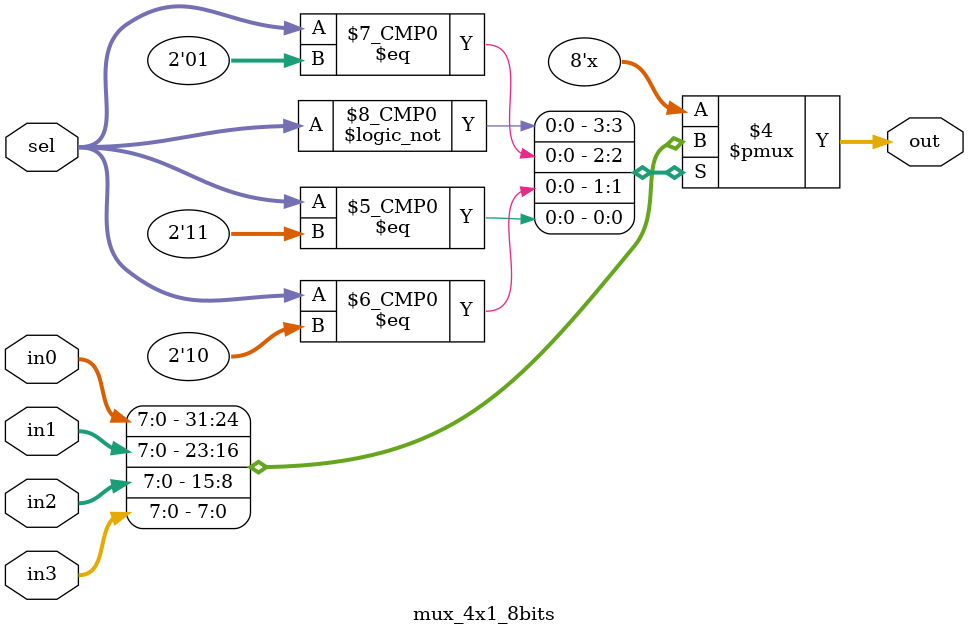
<source format=v>
/*
CO 224 (computer architecture) Lab 06 Task 01
Design: Data cache module
Author: Kalpage S.W.
Reg no: E/16/168
Date  : 31/05/2020
*/

// `include "mux_4x1_8bits.v" 

`timescale  1ns/100ps

module dcache (
    clock,
    reset,
    read,
    write,
    address,
    writedata,
    readdata,
	busywait,

    mem_read,
    mem_write,
    mem_address,
    mem_writedata,
    mem_readdata,
	mem_busywait

);

    input				clock;
    input           	reset;
    input           	read;
    input           	write;
    input[7:0]      	address;
    input[7:0]     	    writedata;
    output reg [7:0]	readdata;
    output reg      	busywait;

    output reg          mem_read;
    output reg          mem_write;
    output reg [5:0]    mem_address;
    output reg [31:0]   mem_writedata;
    input[31:0]	        mem_readdata;
    input        	    mem_busywait; 

    reg [31:0] data_array [7:0];    //Declare cache data array 8x32-bits 
    reg [2:0] tag_array [7:0];      //Declare cache tag array 8x3-bits     
    reg valid_array [7:0];          //Declare cache valid bit array 8-bits 
    reg dirty_array [7:0];          //Declare cache dirty array 8-bits   

    reg [2:0]  index; 
    reg [2:0]  required_tag;        //tag in the adress of cache (alu result)
    reg [1:0] offset;

    wire hit;                       //hit status(whether hit or miss: if hit hit = 1 )
    reg dirty;
    reg valid;
    reg [2:0]  tag;                 //current tag in the tag array at the corresponding index
    reg [31:0] data_block;
    wire [7:0] word;

    reg readaccess, writeaccess;    
    wire txn1,txn2,txn3;            //temporary xnor gates outputs
    reg cmp_out;                    //comparator output
    integer i,j;

    /*
    Combinational part for indexing, tag comparison for hit deciding, etc.
    ...
    ...
    */

    //assert cache busywait
    always @(read, write)
    begin
        busywait = (read || write)? 1 : 0;
        readaccess = (read && !write)? 1 : 0;
        writeaccess = (!read && write)? 1 : 0;
    end

    //reset 
    always@(reset)
    begin
        if (reset)
        begin
            for (i = 0; i < 8; i = i + 1)
                begin     
                        valid_array [i] = 0;
                        dirty_array [i] = 0;
                end
            for (i=0;i<256; i=i+1)
                data_array[i] = 0;               
            busywait = 0;
            readaccess = 0;
            writeaccess = 0;
        end
    end
    

    always @(*)
     begin
        //indexing
        index = address[4:2] ; 
        required_tag = address[7:5] ; 
        offset = address[1:0];

        //extracting required data from arrays for ongoing operations 
        #1
        data_block = data_array[index];
        tag = tag_array[index];
        valid = valid_array[index];
        dirty = dirty_array[index];
    end


    //tag comparison
    xnor(txn1, tag[0], required_tag[0]);
    xnor(txn2, tag[1], required_tag[1]);
    xnor(txn3, tag[2], required_tag[2]);
    always @(*)
    begin
        #0.9
        cmp_out = txn1 && txn2 && txn3;
    end
    //deciding the hit status
    and (hit,cmp_out,valid);


    //select word from block
    mux_4x1_8bits word_selector(data_block[7:0],data_block[15:8],data_block[23:16],data_block[31:24],offset,word);


    //read hit
    always @(*)
    begin
        readdata = word;  
    end

    //write hit
    always @(posedge clock)
    begin
        if (hit && writeaccess)
            begin              
                case(offset)
                    2'b00 : data_array[index][7:0] = #1 writedata;
                    2'b01 : data_array[index][15:8] = #1 writedata;
                    2'b10 : data_array[index][23:16] = #1 writedata;
                    2'b11 : data_array[index][31:24] = #1 writedata;
                endcase
                writeaccess = 0;
                valid_array[index] = 1;
                dirty_array[index] = 1;       //for write hit
            end
    end


    //de-assert busywait at the clock positive edge   
    always @(posedge clock)
    begin
        if (hit)
            begin
                busywait = 0;
            end
    end
    
    

    /* Cache Controller FSM Start */

    parameter IDLE = 3'b000, MEM_READ = 3'b001, MEM_WRITE = 3'b010, UPDATE_CACHE = 3'b011;
    reg [2:0] state, next_state;

    // combinational next state logic
    always @(*)
    begin
        case (state)
            IDLE:
                if ((read || write) && !dirty && !hit)  
                    next_state = MEM_READ;
                
                else if ((read || write) && dirty && !hit)
                    next_state = MEM_WRITE;
                             
                else
                    next_state = IDLE;
            
            
            MEM_READ:           
                if (!mem_busywait)
                    next_state = UPDATE_CACHE;
                
                else    
                    next_state = MEM_READ;

            MEM_WRITE:           
                if (!mem_busywait)
                    next_state = MEM_READ;
                
                else    
                    next_state = MEM_WRITE;

            UPDATE_CACHE:
                    next_state = IDLE;          
        endcase
    end

    // combinational output logic
    always @(*)
    begin
        case(state)
            IDLE:
            begin
                mem_read = 0;
                mem_write = 0;
                mem_address = 6'dx;
                mem_writedata = 32'dx;
                busywait = 0;
            end
         
            MEM_READ: 
            begin
                mem_read = 1;
                mem_write = 0;
                mem_address = address[7:2];
                mem_writedata = 32'dx;
                busywait = 1;
            end

            MEM_WRITE: 
            begin
                mem_read = 0;
                mem_write = 1;
                mem_address = address[7:2];
                mem_writedata = data_block;
                busywait = 1;
            end

            UPDATE_CACHE: 
            begin
                mem_read = 0;
                mem_write = 0;
                mem_address = address[7:2];
                mem_writedata = 32'dx;              
                data_array[index] = #1 mem_readdata;
                valid_array[index] = 1;
                tag_array[index] = required_tag;
                dirty_array[index] = 0;
            end
            
        endcase
    end

    // sequential logic for state transitioning 
    always @(posedge clock, reset)
    begin
        if(reset)
            state = IDLE;
        else
            state = next_state;
    end

    /* Cache Controller FSM End */

endmodule



/*
CO 224 (computer architecture) Lab 06 Task 02
Design: 8bit 4:1 mux module
Author: Kalpage S.W.
Reg no: E/16/168
Date  : 11/06/2020
*/

//special not: In this mux I have entered a time delay of one time unit

// `timescale  1ns/100ps

module mux_4x1_8bits(in0,in1,in2,in3,sel,out);

    //ports declaration
    input [1:0] sel ;
    input [7:0] in0, in1, in2, in3 ;
    output [7:0] out ;

    reg out;

    always @ (in0, in1, in2, in3,sel)
    begin
        #1
        case(sel)
            2'b00 :
            begin
                out = in0;
            end
         
            2'b01: 
            begin
                out = in1;
            end

            2'b10: 
            begin
                out = in2;
            end

            2'b11: 
            begin
                out = in3;
            end
            
        endcase


    end

endmodule
</source>
